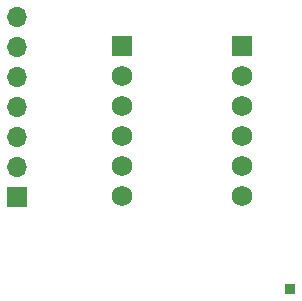
<source format=gbs>
G04 #@! TF.GenerationSoftware,KiCad,Pcbnew,7.0.2*
G04 #@! TF.CreationDate,2024-09-29T20:12:52-04:00*
G04 #@! TF.ProjectId,GPIO_circuit,4750494f-5f63-4697-9263-7569742e6b69,rev?*
G04 #@! TF.SameCoordinates,Original*
G04 #@! TF.FileFunction,Soldermask,Bot*
G04 #@! TF.FilePolarity,Negative*
%FSLAX46Y46*%
G04 Gerber Fmt 4.6, Leading zero omitted, Abs format (unit mm)*
G04 Created by KiCad (PCBNEW 7.0.2) date 2024-09-29 20:12:52*
%MOMM*%
%LPD*%
G01*
G04 APERTURE LIST*
G04 Aperture macros list*
%AMRoundRect*
0 Rectangle with rounded corners*
0 $1 Rounding radius*
0 $2 $3 $4 $5 $6 $7 $8 $9 X,Y pos of 4 corners*
0 Add a 4 corners polygon primitive as box body*
4,1,4,$2,$3,$4,$5,$6,$7,$8,$9,$2,$3,0*
0 Add four circle primitives for the rounded corners*
1,1,$1+$1,$2,$3*
1,1,$1+$1,$4,$5*
1,1,$1+$1,$6,$7*
1,1,$1+$1,$8,$9*
0 Add four rect primitives between the rounded corners*
20,1,$1+$1,$2,$3,$4,$5,0*
20,1,$1+$1,$4,$5,$6,$7,0*
20,1,$1+$1,$6,$7,$8,$9,0*
20,1,$1+$1,$8,$9,$2,$3,0*%
G04 Aperture macros list end*
%ADD10R,0.850000X0.850000*%
%ADD11R,1.700000X1.700000*%
%ADD12O,1.700000X1.700000*%
%ADD13C,1.728000*%
%ADD14RoundRect,0.102000X-0.762000X-0.762000X0.762000X-0.762000X0.762000X0.762000X-0.762000X0.762000X0*%
G04 APERTURE END LIST*
D10*
X156464000Y-85852000D03*
D11*
X133407000Y-78105000D03*
D12*
X133407000Y-75565000D03*
X133407000Y-73025000D03*
X133407000Y-70485000D03*
X133407000Y-67945000D03*
X133407000Y-65405000D03*
X133407000Y-62865000D03*
D13*
X152400000Y-72898000D03*
X142240000Y-72898000D03*
X152400000Y-70358000D03*
D14*
X152400000Y-65278000D03*
D13*
X152400000Y-67818000D03*
X152400000Y-75438000D03*
X152400000Y-77978000D03*
X142240000Y-70358000D03*
D14*
X142240000Y-65278000D03*
D13*
X142240000Y-67818000D03*
X142240000Y-75438000D03*
X142240000Y-77978000D03*
M02*

</source>
